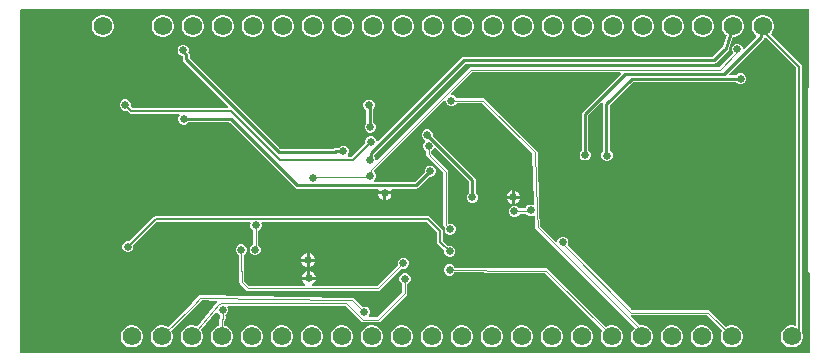
<source format=gbr>
%FSTAX23Y23*%
%MOIN*%
%SFA1B1*%

%IPPOS*%
%ADD10C,0.004724*%
%ADD11C,0.007874*%
%ADD37C,0.010000*%
%ADD38C,0.062000*%
%ADD39O,0.086614X0.039370*%
%ADD40O,0.070866X0.039370*%
%ADD41C,0.025591*%
%LNesp32_copper_signal_bot-1*%
%LPD*%
G36*
X02635Y00891D02*
X02633Y0089D01*
X02631Y00885*
Y00279*
X02633Y00275*
X02637Y00273*
X02637Y00009*
X02634Y00005*
X0001*
X00008*
X00005Y00007*
X00004Y00008*
X00005Y00012*
Y0115*
X00007Y01154*
X00012*
X02634*
X02635Y00891*
G37*
%LNesp32_copper_signal_bot-2*%
%LPC*%
G36*
X02286Y01133D02*
X02276D01*
X02267Y0113*
X02258Y01125*
X02251Y01119*
X02246Y0111*
X02244Y01101*
Y01091*
X02246Y01082*
X02251Y01073*
X02258Y01066*
X02267Y01062*
X02276Y01059*
X02286*
X02295Y01062*
X02303Y01066*
X0231Y01073*
X02315Y01082*
X02318Y01091*
Y01101*
X02315Y0111*
X0231Y01119*
X02303Y01125*
X02295Y0113*
X02286Y01133*
G37*
G36*
X02186D02*
X02176D01*
X02167Y0113*
X02158Y01125*
X02151Y01119*
X02146Y0111*
X02144Y01101*
Y01091*
X02146Y01082*
X02151Y01073*
X02158Y01066*
X02167Y01062*
X02176Y01059*
X02186*
X02195Y01062*
X02203Y01066*
X0221Y01073*
X02215Y01082*
X02218Y01091*
Y01101*
X02215Y0111*
X0221Y01119*
X02203Y01125*
X02195Y0113*
X02186Y01133*
G37*
G36*
X02086D02*
X02076D01*
X02067Y0113*
X02058Y01125*
X02051Y01119*
X02046Y0111*
X02044Y01101*
Y01091*
X02046Y01082*
X02051Y01073*
X02058Y01066*
X02067Y01062*
X02076Y01059*
X02086*
X02095Y01062*
X02103Y01066*
X0211Y01073*
X02115Y01082*
X02118Y01091*
Y01101*
X02115Y0111*
X0211Y01119*
X02103Y01125*
X02095Y0113*
X02086Y01133*
G37*
G36*
X01986D02*
X01976D01*
X01967Y0113*
X01958Y01125*
X01951Y01119*
X01946Y0111*
X01944Y01101*
Y01091*
X01946Y01082*
X01951Y01073*
X01958Y01066*
X01967Y01062*
X01976Y01059*
X01986*
X01995Y01062*
X02003Y01066*
X0201Y01073*
X02015Y01082*
X02018Y01091*
Y01101*
X02015Y0111*
X0201Y01119*
X02003Y01125*
X01995Y0113*
X01986Y01133*
G37*
G36*
X01886D02*
X01876D01*
X01867Y0113*
X01858Y01125*
X01851Y01119*
X01846Y0111*
X01844Y01101*
Y01091*
X01846Y01082*
X01851Y01073*
X01858Y01066*
X01867Y01062*
X01876Y01059*
X01886*
X01895Y01062*
X01903Y01066*
X0191Y01073*
X01915Y01082*
X01918Y01091*
Y01101*
X01915Y0111*
X0191Y01119*
X01903Y01125*
X01895Y0113*
X01886Y01133*
G37*
G36*
X01786D02*
X01776D01*
X01767Y0113*
X01758Y01125*
X01751Y01119*
X01746Y0111*
X01744Y01101*
Y01091*
X01746Y01082*
X01751Y01073*
X01758Y01066*
X01767Y01062*
X01776Y01059*
X01786*
X01795Y01062*
X01803Y01066*
X0181Y01073*
X01815Y01082*
X01818Y01091*
Y01101*
X01815Y0111*
X0181Y01119*
X01803Y01125*
X01795Y0113*
X01786Y01133*
G37*
G36*
X01686D02*
X01676D01*
X01667Y0113*
X01658Y01125*
X01651Y01119*
X01646Y0111*
X01644Y01101*
Y01091*
X01646Y01082*
X01651Y01073*
X01658Y01066*
X01667Y01062*
X01676Y01059*
X01686*
X01695Y01062*
X01703Y01066*
X0171Y01073*
X01715Y01082*
X01718Y01091*
Y01101*
X01715Y0111*
X0171Y01119*
X01703Y01125*
X01695Y0113*
X01686Y01133*
G37*
G36*
X01586D02*
X01576D01*
X01567Y0113*
X01558Y01125*
X01551Y01119*
X01546Y0111*
X01544Y01101*
Y01091*
X01546Y01082*
X01551Y01073*
X01558Y01066*
X01567Y01062*
X01576Y01059*
X01586*
X01595Y01062*
X01603Y01066*
X0161Y01073*
X01615Y01082*
X01618Y01091*
Y01101*
X01615Y0111*
X0161Y01119*
X01603Y01125*
X01595Y0113*
X01586Y01133*
G37*
G36*
X01486D02*
X01476D01*
X01467Y0113*
X01458Y01125*
X01451Y01119*
X01446Y0111*
X01444Y01101*
Y01091*
X01446Y01082*
X01451Y01073*
X01458Y01066*
X01467Y01062*
X01476Y01059*
X01486*
X01495Y01062*
X01503Y01066*
X0151Y01073*
X01515Y01082*
X01518Y01091*
Y01101*
X01515Y0111*
X0151Y01119*
X01503Y01125*
X01495Y0113*
X01486Y01133*
G37*
G36*
X01386D02*
X01376D01*
X01367Y0113*
X01358Y01125*
X01351Y01119*
X01346Y0111*
X01344Y01101*
Y01091*
X01346Y01082*
X01351Y01073*
X01358Y01066*
X01367Y01062*
X01376Y01059*
X01386*
X01395Y01062*
X01403Y01066*
X0141Y01073*
X01415Y01082*
X01418Y01091*
Y01101*
X01415Y0111*
X0141Y01119*
X01403Y01125*
X01395Y0113*
X01386Y01133*
G37*
G36*
X01286D02*
X01276D01*
X01267Y0113*
X01258Y01125*
X01251Y01119*
X01246Y0111*
X01244Y01101*
Y01091*
X01246Y01082*
X01251Y01073*
X01258Y01066*
X01267Y01062*
X01276Y01059*
X01286*
X01295Y01062*
X01303Y01066*
X0131Y01073*
X01315Y01082*
X01318Y01091*
Y01101*
X01315Y0111*
X0131Y01119*
X01303Y01125*
X01295Y0113*
X01286Y01133*
G37*
G36*
X01186D02*
X01176D01*
X01167Y0113*
X01158Y01125*
X01151Y01119*
X01146Y0111*
X01144Y01101*
Y01091*
X01146Y01082*
X01151Y01073*
X01158Y01066*
X01167Y01062*
X01176Y01059*
X01186*
X01195Y01062*
X01203Y01066*
X0121Y01073*
X01215Y01082*
X01218Y01091*
Y01101*
X01215Y0111*
X0121Y01119*
X01203Y01125*
X01195Y0113*
X01186Y01133*
G37*
G36*
X01086D02*
X01076D01*
X01067Y0113*
X01058Y01125*
X01051Y01119*
X01046Y0111*
X01044Y01101*
Y01091*
X01046Y01082*
X01051Y01073*
X01058Y01066*
X01067Y01062*
X01076Y01059*
X01086*
X01095Y01062*
X01103Y01066*
X0111Y01073*
X01115Y01082*
X01118Y01091*
Y01101*
X01115Y0111*
X0111Y01119*
X01103Y01125*
X01095Y0113*
X01086Y01133*
G37*
G36*
X00986D02*
X00976D01*
X00967Y0113*
X00958Y01125*
X00951Y01119*
X00946Y0111*
X00944Y01101*
Y01091*
X00946Y01082*
X00951Y01073*
X00958Y01066*
X00967Y01062*
X00976Y01059*
X00986*
X00995Y01062*
X01003Y01066*
X0101Y01073*
X01015Y01082*
X01018Y01091*
Y01101*
X01015Y0111*
X0101Y01119*
X01003Y01125*
X00995Y0113*
X00986Y01133*
G37*
G36*
X00886D02*
X00876D01*
X00867Y0113*
X00858Y01125*
X00851Y01119*
X00846Y0111*
X00844Y01101*
Y01091*
X00846Y01082*
X00851Y01073*
X00858Y01066*
X00867Y01062*
X00876Y01059*
X00886*
X00895Y01062*
X00903Y01066*
X0091Y01073*
X00915Y01082*
X00918Y01091*
Y01101*
X00915Y0111*
X0091Y01119*
X00903Y01125*
X00895Y0113*
X00886Y01133*
G37*
G36*
X00786D02*
X00776D01*
X00767Y0113*
X00758Y01125*
X00751Y01119*
X00746Y0111*
X00744Y01101*
Y01091*
X00746Y01082*
X00751Y01073*
X00758Y01066*
X00767Y01062*
X00776Y01059*
X00786*
X00795Y01062*
X00803Y01066*
X0081Y01073*
X00815Y01082*
X00818Y01091*
Y01101*
X00815Y0111*
X0081Y01119*
X00803Y01125*
X00795Y0113*
X00786Y01133*
G37*
G36*
X00686D02*
X00676D01*
X00667Y0113*
X00658Y01125*
X00651Y01119*
X00646Y0111*
X00644Y01101*
Y01091*
X00646Y01082*
X00651Y01073*
X00658Y01066*
X00667Y01062*
X00676Y01059*
X00686*
X00695Y01062*
X00703Y01066*
X0071Y01073*
X00715Y01082*
X00718Y01091*
Y01101*
X00715Y0111*
X0071Y01119*
X00703Y01125*
X00695Y0113*
X00686Y01133*
G37*
G36*
X00586D02*
X00576D01*
X00567Y0113*
X00558Y01125*
X00551Y01119*
X00546Y0111*
X00544Y01101*
Y01091*
X00546Y01082*
X00551Y01073*
X00558Y01066*
X00567Y01062*
X00576Y01059*
X00586*
X00595Y01062*
X00603Y01066*
X0061Y01073*
X00615Y01082*
X00618Y01091*
Y01101*
X00615Y0111*
X0061Y01119*
X00603Y01125*
X00595Y0113*
X00586Y01133*
G37*
G36*
X00486D02*
X00476D01*
X00467Y0113*
X00458Y01125*
X00451Y01119*
X00446Y0111*
X00444Y01101*
Y01091*
X00446Y01082*
X00451Y01073*
X00458Y01066*
X00467Y01062*
X00476Y01059*
X00486*
X00495Y01062*
X00503Y01066*
X0051Y01073*
X00515Y01082*
X00518Y01091*
Y01101*
X00515Y0111*
X0051Y01119*
X00503Y01125*
X00495Y0113*
X00486Y01133*
G37*
G36*
X00286D02*
X00276D01*
X00267Y0113*
X00258Y01125*
X00251Y01119*
X00246Y0111*
X00244Y01101*
Y01091*
X00246Y01082*
X00251Y01073*
X00258Y01066*
X00267Y01062*
X00276Y01059*
X00286*
X00295Y01062*
X00303Y01066*
X0031Y01073*
X00315Y01082*
X00318Y01091*
Y01101*
X00315Y0111*
X0031Y01119*
X00303Y01125*
X00295Y0113*
X00286Y01133*
G37*
G36*
X02486D02*
X02476D01*
X02467Y0113*
X02458Y01125*
X02451Y01119*
X02446Y0111*
X02444Y01101*
Y01091*
X02446Y01082*
X02451Y01073*
X02458Y01066*
X02459Y01066*
X02459Y0106*
X02419Y01019*
X02414Y01021*
Y01022*
X02412Y01029*
X02406Y01034*
X024Y01037*
X02392*
X02385Y01034*
X0238Y01029*
X02377Y01022*
Y01015*
X0238Y01008*
X02381Y01006*
X02334Y00958*
X01509*
X01506Y00958*
X01503Y00956*
X01194Y00648*
X01189Y0065*
Y00653*
X01187Y0066*
X01185Y00661*
Y00667*
X01488Y00971*
X02317*
X02321Y00972*
X02325Y00974*
X02357Y01006*
X02363Y0101*
X02368Y01017*
X02368Y01019*
X02368Y01019*
X02381Y01059*
X02386*
X02395Y01062*
X02403Y01066*
X0241Y01073*
X02415Y01082*
X02418Y01091*
Y01101*
X02415Y0111*
X0241Y01119*
X02403Y01125*
X02395Y0113*
X02386Y01133*
X02376*
X02367Y0113*
X02358Y01125*
X02351Y01119*
X02346Y0111*
X02344Y01101*
Y01091*
X02346Y01082*
X02351Y01073*
X02358Y01066*
X0236Y01066*
X02348Y01031*
X02347Y01026*
X02347Y01026*
X02343Y01024*
X02343Y01024*
X02343*
X02343Y01023*
X02312Y00993*
X01484*
X01484*
X01479Y00992*
X01476Y0099*
X01476Y0099*
X01197Y00711*
X01192Y00713*
Y00714*
X0119Y00721*
X01184Y00726*
X01177Y00729*
X0117*
X01163Y00726*
X01158Y00721*
X01155Y00714*
Y00706*
X01155Y00706*
X01111Y00661*
X01099*
X01097Y00666*
X01099Y00668*
X01102Y00675*
Y00682*
X01099Y00689*
X01094Y00694*
X01087Y00697*
X01079*
X01073Y00694*
X01068Y0069*
X01057*
X01052Y00689*
X01049Y00687*
X00872*
X0057Y00989*
Y01002*
X00569Y01006*
X00566Y01009*
X00567Y01012*
Y01019*
X00565Y01026*
X00559Y01031*
X00552Y01034*
X00545*
X00538Y01031*
X00533Y01026*
X0053Y01019*
Y01012*
X00533Y01005*
X00538Y00999*
X00545Y00997*
X00547*
Y00985*
Y00985*
X00548Y0098*
X00551Y00977*
X00699Y00829*
X00697Y00824*
X00379*
X00374Y00829*
X00375Y00829*
Y00837*
X00372Y00844*
X00366Y00849*
X0036Y00852*
X00352*
X00345Y00849*
X0034Y00844*
X00337Y00837*
Y00829*
X0034Y00823*
X00345Y00817*
X00352Y00814*
X0036*
X0036Y00815*
X00368Y00807*
X00371Y00805*
X00375Y00804*
X00535*
X00537Y00799*
X00535Y00797*
X00532Y0079*
Y00782*
X00535Y00775*
X0054Y0077*
X00547Y00767*
X00554*
X00561Y0077*
X00566Y00775*
X00703*
X0092Y00558*
X00923Y00555*
X00928Y00554*
X00928*
X01197*
X012Y00549*
X01198Y00545*
X01243*
X01242Y00549*
X01245Y00554*
X01326*
X0133Y00555*
X01334Y00558*
X0137Y00593*
X01376*
X01383Y00596*
X01388Y00601*
X01391Y00608*
Y00615*
X01388Y00622*
X01383Y00628*
X01376Y0063*
X01369*
X01362Y00628*
X01357Y00622*
X01354Y00615*
Y00609*
X01322Y00576*
X01187*
X01185Y00581*
X01189Y00585*
X01191Y00592*
Y006*
X01189Y00607*
X01184Y00612*
X01186Y00616*
X0142Y00849*
X01425Y00847*
Y00844*
X01428Y00837*
X01433Y00832*
X0144Y00829*
X01447*
X01454Y00832*
X01459Y00837*
X0146Y00839*
X01546*
X01713Y00672*
X01719Y00502*
X01714Y00499*
X01711Y005*
X01703*
X01696Y00498*
X01691Y00492*
X01689Y00488*
X01688Y00488*
X01685*
X01669*
X01669Y00488*
X01664Y00494*
X01657Y00497*
X01649*
X01642Y00494*
X01637Y00488*
X01634Y00482*
Y00474*
X01637Y00467*
X01642Y00462*
X01649Y00459*
X01657*
X01664Y00462*
X01669Y00467*
X01671Y00471*
X01685*
X01689*
X01689Y00471*
X0169Y00471*
X01691Y00472*
X01691Y00471*
X01696Y00466*
X01703Y00463*
X01711*
X01715Y00465*
X0172Y00462*
X01721Y00426*
X01722Y00425*
X01722Y00424*
X01722Y00424*
X01722Y00423*
X01722Y00423*
X01722Y00423*
X01723Y00422*
X01723Y00421*
X01723Y00421*
X01724Y00421*
X01724Y00421*
X02054Y0009*
X02048Y00084*
X02043Y00076*
X02041Y00066*
Y00057*
X02043Y00047*
X02048Y00039*
X02055Y00032*
X02063Y00027*
X02073Y00025*
X02083*
X02092Y00027*
X021Y00032*
X02107Y00039*
X02112Y00047*
X02115Y00057*
Y00066*
X02112Y00076*
X02107Y00084*
X021Y00091*
X02092Y00096*
X02083Y00098*
X02073*
X02071Y00098*
X02071Y00098*
X0207Y00098*
X0207Y00098*
X0204Y00128*
X02043Y00133*
X02043Y00133*
X02294*
X02346Y00081*
X02343Y00076*
X02341Y00066*
Y00057*
X02343Y00047*
X02348Y00039*
X02355Y00032*
X02363Y00027*
X02373Y00025*
X02383*
X02392Y00027*
X024Y00032*
X02407Y00039*
X02412Y00047*
X02415Y00057*
Y00066*
X02412Y00076*
X02407Y00084*
X024Y00091*
X02392Y00096*
X02383Y00098*
X02373*
X02363Y00096*
X02358Y00093*
X02304Y00147*
X02301Y00149*
X02298Y0015*
X02046*
X01831Y00365*
X01833Y00371*
Y00378*
X0183Y00385*
X01825Y0039*
X01818Y00393*
X01811*
X01804Y0039*
X01799Y00385*
X01796Y00379*
X01791Y00377*
X01738Y0043*
X01736Y00481*
X01736Y00481*
X01736Y00481*
X0173Y00675*
X0173Y00677*
X01729Y00678*
X01729Y00678*
X01729Y00679*
X01728Y0068*
X01727Y00681*
X01726Y00682*
X01726Y00682*
X01726Y00682*
X01555Y00853*
X01552Y00855*
X01549Y00856*
X0146*
X01459Y00858*
X01454Y00863*
X01447Y00866*
X01444*
X01442Y00871*
X01512Y00942*
X02005*
X02007Y00937*
X0188Y00811*
X01878Y00807*
X01877Y00803*
Y00682*
X01872Y00677*
X0187Y00671*
Y00663*
X01872Y00656*
X01878Y00651*
X01885Y00648*
X01892*
X01899Y00651*
X01904Y00656*
X01907Y00663*
Y00671*
X01904Y00677*
X01899Y00682*
Y00798*
X01945Y00844*
X01949Y00841*
X01949Y0084*
X01948Y00836*
Y00836*
Y00677*
X01946Y00675*
X01943Y00668*
Y00661*
X01946Y00654*
X01951Y00648*
X01958Y00646*
X01965*
X01972Y00648*
X01978Y00654*
X0198Y00661*
Y00668*
X01978Y00675*
X01972Y0068*
X0197Y00681*
Y00832*
X02048Y0091*
X02392*
X02396Y00905*
X02403Y00902*
X02411*
X02418Y00905*
X02423Y0091*
X02426Y00917*
Y00924*
X02423Y00931*
X02418Y00937*
X02411Y00939*
X02403*
X02396Y00937*
X02392Y00932*
X02369*
X02368Y00936*
X02481Y0105*
X02484Y01054*
X02484Y01057*
X02488Y01058*
X0249Y01058*
X02593Y00955*
Y00101*
X02588Y00097*
X02583Y00098*
X02573*
X02563Y00096*
X02555Y00091*
X02548Y00084*
X02543Y00076*
X02541Y00066*
Y00057*
X02543Y00047*
X02548Y00039*
X02555Y00032*
X02563Y00027*
X02573Y00025*
X02583*
X02592Y00027*
X026Y00032*
X02607Y00039*
X02612Y00047*
X02615Y00057*
Y00066*
X02613Y00072*
Y00959*
X02612Y00963*
X0261Y00966*
X02507Y0107*
X0251Y01073*
X02515Y01082*
X02518Y01091*
Y01101*
X02515Y0111*
X0251Y01119*
X02503Y01125*
X02495Y0113*
X02486Y01133*
G37*
G36*
X01172Y00851D02*
X01164D01*
X01157Y00848*
X01152Y00843*
X01149Y00836*
Y00828*
X01152Y00822*
X01157Y00816*
X01159Y00816*
Y00771*
X01157Y00769*
X01154Y00762*
Y00755*
X01157Y00748*
X01162Y00743*
X01169Y0074*
X01176*
X01183Y00743*
X01189Y00748*
X01191Y00755*
Y00762*
X01189Y00769*
X01183Y00774*
X01181Y00775*
Y00819*
X01184Y00822*
X01187Y00828*
Y00836*
X01184Y00843*
X01178Y00848*
X01172Y00851*
G37*
G36*
X01654Y00548D02*
Y0053D01*
X01672*
X01668Y00538*
X01662Y00544*
X01654Y00548*
G37*
G36*
X01644D02*
X01636Y00544D01*
X0163Y00538*
X01627Y0053*
X01644*
Y00548*
G37*
G36*
X01243Y00535D02*
X01226D01*
Y00517*
X01234Y0052*
X0124Y00527*
X01243Y00535*
G37*
G36*
X01216D02*
X01198D01*
X01201Y00527*
X01208Y0052*
X01216Y00517*
Y00535*
G37*
G36*
X01366Y00752D02*
X01359D01*
X01352Y0075*
X01347Y00744*
X01344Y00737*
Y0073*
X01347Y00723*
X01352Y00718*
X01355Y00717*
X01356Y00715*
X01356Y00711*
X01351Y00707*
X01348Y007*
Y00692*
X01351Y00685*
X01356Y0068*
X01359Y00679*
Y00668*
X01359Y00665*
X01361Y00662*
X01369Y00655*
X01416Y00607*
Y00433*
X01417Y0043*
X01418Y00427*
X01421Y00425*
X0142Y00423*
Y00415*
X01423Y00408*
X01428Y00403*
X01435Y004*
X01442*
X01449Y00403*
X01454Y00408*
X01457Y00415*
Y00423*
X01454Y00429*
X01449Y00435*
X01442Y00437*
X01435*
X01433Y00439*
Y00611*
X01432Y00614*
X0143Y00617*
X01375Y00672*
Y00679*
X01378Y0068*
X01383Y00685*
X01384Y00689*
X0139Y0069*
X01502Y00579*
Y0054*
X01497Y00536*
X01495Y00529*
Y00521*
X01497Y00514*
X01503Y00509*
X0151Y00506*
X01517*
X01524Y00509*
X01529Y00514*
X01532Y00521*
Y00529*
X01529Y00536*
X01524Y0054*
Y00583*
X01524Y00587*
X01521Y00591*
X01521*
X01381Y00731*
Y00737*
X01379Y00744*
X01373Y0075*
X01366Y00752*
G37*
G36*
X01672Y0052D02*
X01654D01*
Y00502*
X01662Y00506*
X01668Y00512*
X01672Y0052*
G37*
G36*
X01644D02*
X01627D01*
X0163Y00512*
X01636Y00506*
X01644Y00502*
Y0052*
G37*
G36*
X01364Y00464D02*
X00458D01*
X00454Y00463*
X00451Y00461*
X00369Y00379*
X00368Y00379*
X00361*
X00354Y00377*
X00349Y00371*
X00346Y00364*
Y00357*
X00349Y0035*
X00354Y00345*
X00361Y00342*
X00368*
X00375Y00345*
X00381Y0035*
X00383Y00357*
Y00364*
X00383Y00365*
X00462Y00444*
X00771*
X00775Y00439*
X00773Y00435*
Y00428*
X00776Y00421*
X00781Y00416*
X00782Y00416*
Y00368*
X00778Y00366*
X00772Y00361*
X0077Y00354*
Y00347*
X00772Y0034*
X00778Y00335*
X00785Y00332*
X00792*
X00799Y00335*
X00804Y0034*
X00807Y00347*
Y00354*
X00804Y00361*
X00799Y00366*
X00799Y00366*
Y00414*
X00802Y00416*
X00808Y00421*
X00811Y00428*
Y00435*
X00809Y00439*
X00812Y00444*
X0136*
X01395Y00409*
Y00377*
X01396Y00373*
X01398Y0037*
X01419Y00349*
X01419Y00349*
Y00341*
X01422Y00334*
X01427Y00329*
X01434Y00326*
X01441*
X01448Y00329*
X01453Y00334*
X01456Y00341*
Y00349*
X01453Y00356*
X01448Y00361*
X01441Y00364*
X01434*
X01433Y00363*
X01415Y00381*
Y00413*
X01414Y00417*
X01412Y0042*
X01371Y00461*
X01368Y00463*
X01364Y00464*
G37*
G36*
X0097Y00338D02*
Y0032D01*
X00988*
X00984Y00328*
X00978Y00335*
X0097Y00338*
G37*
G36*
X0096D02*
X00952Y00335D01*
X00946Y00328*
X00942Y0032*
X0096*
Y00338*
G37*
G36*
X00988Y0031D02*
X0097D01*
Y00293*
X00978Y00296*
X00984Y00303*
X00988Y0031*
G37*
G36*
X0096D02*
X00942D01*
X00946Y00303*
X00952Y00296*
X0096Y00293*
Y0031*
G37*
G36*
X00746Y00369D02*
X00739D01*
X00732Y00366*
X00727Y0036*
X00724Y00354*
Y00346*
X00727Y00339*
X00732Y00334*
X00734Y00333*
Y00281*
X00735Y00278*
X00736Y00276*
Y00242*
X00737Y00238*
X00739Y00236*
X00758Y00216*
X00761Y00214*
X00764Y00214*
X01199*
X01203Y00214*
X01205Y00216*
X01277Y00288*
X01279Y00287*
X01287*
X01294Y0029*
X01299Y00295*
X01302Y00302*
Y00309*
X01299Y00316*
X01294Y00321*
X01287Y00324*
X01279*
X01272Y00321*
X01267Y00316*
X01264Y00309*
Y00302*
X01265Y003*
X01196Y0023*
X00979*
X00978Y00235*
X0098Y00236*
X00986Y00242*
X0099Y0025*
X00944*
X00948Y00242*
X00954Y00236*
X00956Y00235*
X00955Y0023*
X00768*
X00753Y00245*
Y00279*
X00752Y00282*
X00751Y00284*
Y00333*
X00753Y00334*
X00758Y00339*
X00761Y00346*
Y00354*
X00758Y0036*
X00753Y00366*
X00746Y00369*
G37*
G36*
X00972Y00278D02*
Y0026D01*
X0099*
X00986Y00268*
X0098Y00275*
X00972Y00278*
G37*
G36*
X00962D02*
X00954Y00275D01*
X00948Y00268*
X00944Y0026*
X00962*
Y00278*
G37*
G36*
X01292Y00272D02*
X01284D01*
X01277Y00269*
X01272Y00264*
X01269Y00257*
Y0025*
X01272Y00243*
X01277Y00238*
X01279Y00237*
Y0021*
X01194Y00125*
X01169*
X01167Y0013*
X01169Y00131*
X01172Y00138*
Y00146*
X01169Y00153*
X01164Y00158*
X01157Y00161*
X01149*
X01147Y0016*
X01119Y00188*
X01116Y0019*
X01113Y00191*
X0109*
X00611Y00199*
X00611Y00199*
X0061Y00199*
X00607*
X00603Y00198*
X00601Y00196*
X00599Y00195*
X00578Y00173*
X00497Y00093*
X00492Y00096*
X00483Y00098*
X00473*
X00463Y00096*
X00455Y00091*
X00448Y00084*
X00443Y00076*
X00441Y00066*
Y00057*
X00443Y00047*
X00448Y00039*
X00455Y00032*
X00463Y00027*
X00473Y00025*
X00483*
X00492Y00027*
X005Y00032*
X00507Y00039*
X00512Y00047*
X00515Y00057*
Y00066*
X00512Y00076*
X00509Y00081*
X0059Y00162*
X0061Y00182*
X0061*
X00663Y00181*
X00664Y00177*
X00664Y00176*
X00664Y00176*
X00664Y00176*
X00663Y00175*
X00663Y00175*
X00663Y00175*
X00595Y00094*
X00592Y00096*
X00583Y00098*
X00573*
X00563Y00096*
X00555Y00091*
X00548Y00084*
X00543Y00076*
X00541Y00066*
Y00057*
X00543Y00047*
X00548Y00039*
X00555Y00032*
X00563Y00027*
X00573Y00025*
X00583*
X00592Y00027*
X006Y00032*
X00607Y00039*
X00612Y00047*
X00615Y00057*
Y00066*
X00612Y00076*
X00607Y00084*
X00657Y00142*
X00663Y00141*
X00664Y00139*
X00669Y00133*
X00672Y00132*
X00673Y00125*
Y00125*
X00672Y00124*
X0067Y00121*
X00669Y00118*
Y00097*
X00663Y00096*
X00655Y00091*
X00648Y00084*
X00643Y00076*
X00641Y00066*
Y00057*
X00643Y00047*
X00648Y00039*
X00655Y00032*
X00663Y00027*
X00673Y00025*
X00683*
X00692Y00027*
X007Y00032*
X00707Y00039*
X00712Y00047*
X00715Y00057*
Y00066*
X00712Y00076*
X00707Y00084*
X007Y00091*
X00692Y00096*
X00686Y00097*
Y00114*
X00687Y00115*
X00689Y00118*
X0069Y00121*
Y00125*
X0069Y00125*
X0069Y00126*
X00689Y00133*
X0069Y00133*
X00695Y00139*
X00698Y00145*
Y00153*
X00696Y00158*
X00698Y00163*
X0109*
X01143Y0011*
X01145Y00108*
X01149Y00108*
X01198*
X01201Y00108*
X01204Y0011*
X01294Y00201*
X01296Y00203*
X01296Y00207*
Y00237*
X01298Y00238*
X01304Y00243*
X01307Y0025*
Y00257*
X01304Y00264*
X01298Y00269*
X01292Y00272*
G37*
G36*
X02283Y00098D02*
X02273D01*
X02263Y00096*
X02255Y00091*
X02248Y00084*
X02243Y00076*
X02241Y00066*
Y00057*
X02243Y00047*
X02248Y00039*
X02255Y00032*
X02263Y00027*
X02273Y00025*
X02283*
X02292Y00027*
X023Y00032*
X02307Y00039*
X02312Y00047*
X02315Y00057*
Y00066*
X02312Y00076*
X02307Y00084*
X023Y00091*
X02292Y00096*
X02283Y00098*
G37*
G36*
X02183D02*
X02173D01*
X02163Y00096*
X02155Y00091*
X02148Y00084*
X02143Y00076*
X02141Y00066*
Y00057*
X02143Y00047*
X02148Y00039*
X02155Y00032*
X02163Y00027*
X02173Y00025*
X02183*
X02192Y00027*
X022Y00032*
X02207Y00039*
X02212Y00047*
X02215Y00057*
Y00066*
X02212Y00076*
X02207Y00084*
X022Y00091*
X02192Y00096*
X02183Y00098*
G37*
G36*
X0144Y00302D02*
X01433D01*
X01426Y00299*
X01421Y00294*
X01418Y00287*
Y00279*
X01421Y00272*
X01426Y00267*
X01433Y00264*
X0144*
X01447Y00267*
X01452Y00272*
X01453Y00275*
X01553*
X01554Y00274*
X01556Y00272*
X0156Y00272*
X01756*
X01946Y00081*
X01943Y00076*
X01941Y00066*
Y00057*
X01943Y00047*
X01948Y00039*
X01955Y00032*
X01963Y00027*
X01973Y00025*
X01983*
X01992Y00027*
X02Y00032*
X02007Y00039*
X02012Y00047*
X02015Y00057*
Y00066*
X02012Y00076*
X02007Y00084*
X02Y00091*
X01992Y00096*
X01983Y00098*
X01973*
X01963Y00096*
X01958Y00093*
X01765Y00286*
X01762Y00288*
X01759Y00288*
X01563*
X01563Y00289*
X0156Y00291*
X01557Y00291*
X01453*
X01452Y00294*
X01447Y00299*
X0144Y00302*
G37*
G36*
X01883Y00098D02*
X01873D01*
X01863Y00096*
X01855Y00091*
X01848Y00084*
X01843Y00076*
X01841Y00066*
Y00057*
X01843Y00047*
X01848Y00039*
X01855Y00032*
X01863Y00027*
X01873Y00025*
X01883*
X01892Y00027*
X019Y00032*
X01907Y00039*
X01912Y00047*
X01915Y00057*
Y00066*
X01912Y00076*
X01907Y00084*
X019Y00091*
X01892Y00096*
X01883Y00098*
G37*
G36*
X01783D02*
X01773D01*
X01763Y00096*
X01755Y00091*
X01748Y00084*
X01743Y00076*
X01741Y00066*
Y00057*
X01743Y00047*
X01748Y00039*
X01755Y00032*
X01763Y00027*
X01773Y00025*
X01783*
X01792Y00027*
X018Y00032*
X01807Y00039*
X01812Y00047*
X01815Y00057*
Y00066*
X01812Y00076*
X01807Y00084*
X018Y00091*
X01792Y00096*
X01783Y00098*
G37*
G36*
X01683D02*
X01673D01*
X01663Y00096*
X01655Y00091*
X01648Y00084*
X01643Y00076*
X01641Y00066*
Y00057*
X01643Y00047*
X01648Y00039*
X01655Y00032*
X01663Y00027*
X01673Y00025*
X01683*
X01692Y00027*
X017Y00032*
X01707Y00039*
X01712Y00047*
X01715Y00057*
Y00066*
X01712Y00076*
X01707Y00084*
X017Y00091*
X01692Y00096*
X01683Y00098*
G37*
G36*
X01583D02*
X01573D01*
X01563Y00096*
X01555Y00091*
X01548Y00084*
X01543Y00076*
X01541Y00066*
Y00057*
X01543Y00047*
X01548Y00039*
X01555Y00032*
X01563Y00027*
X01573Y00025*
X01583*
X01592Y00027*
X016Y00032*
X01607Y00039*
X01612Y00047*
X01615Y00057*
Y00066*
X01612Y00076*
X01607Y00084*
X016Y00091*
X01592Y00096*
X01583Y00098*
G37*
G36*
X01483D02*
X01473D01*
X01463Y00096*
X01455Y00091*
X01448Y00084*
X01443Y00076*
X01441Y00066*
Y00057*
X01443Y00047*
X01448Y00039*
X01455Y00032*
X01463Y00027*
X01473Y00025*
X01483*
X01492Y00027*
X015Y00032*
X01507Y00039*
X01512Y00047*
X01515Y00057*
Y00066*
X01512Y00076*
X01507Y00084*
X015Y00091*
X01492Y00096*
X01483Y00098*
G37*
G36*
X01383D02*
X01373D01*
X01363Y00096*
X01355Y00091*
X01348Y00084*
X01343Y00076*
X01341Y00066*
Y00057*
X01343Y00047*
X01348Y00039*
X01355Y00032*
X01363Y00027*
X01373Y00025*
X01383*
X01392Y00027*
X014Y00032*
X01407Y00039*
X01412Y00047*
X01415Y00057*
Y00066*
X01412Y00076*
X01407Y00084*
X014Y00091*
X01392Y00096*
X01383Y00098*
G37*
G36*
X01283D02*
X01273D01*
X01263Y00096*
X01255Y00091*
X01248Y00084*
X01243Y00076*
X01241Y00066*
Y00057*
X01243Y00047*
X01248Y00039*
X01255Y00032*
X01263Y00027*
X01273Y00025*
X01283*
X01292Y00027*
X013Y00032*
X01307Y00039*
X01312Y00047*
X01315Y00057*
Y00066*
X01312Y00076*
X01307Y00084*
X013Y00091*
X01292Y00096*
X01283Y00098*
G37*
G36*
X01183D02*
X01173D01*
X01163Y00096*
X01155Y00091*
X01148Y00084*
X01143Y00076*
X01141Y00066*
Y00057*
X01143Y00047*
X01148Y00039*
X01155Y00032*
X01163Y00027*
X01173Y00025*
X01183*
X01192Y00027*
X012Y00032*
X01207Y00039*
X01212Y00047*
X01215Y00057*
Y00066*
X01212Y00076*
X01207Y00084*
X012Y00091*
X01192Y00096*
X01183Y00098*
G37*
G36*
X01083D02*
X01073D01*
X01063Y00096*
X01055Y00091*
X01048Y00084*
X01043Y00076*
X01041Y00066*
Y00057*
X01043Y00047*
X01048Y00039*
X01055Y00032*
X01063Y00027*
X01073Y00025*
X01083*
X01092Y00027*
X011Y00032*
X01107Y00039*
X01112Y00047*
X01115Y00057*
Y00066*
X01112Y00076*
X01107Y00084*
X011Y00091*
X01092Y00096*
X01083Y00098*
G37*
G36*
X00983D02*
X00973D01*
X00963Y00096*
X00955Y00091*
X00948Y00084*
X00943Y00076*
X00941Y00066*
Y00057*
X00943Y00047*
X00948Y00039*
X00955Y00032*
X00963Y00027*
X00973Y00025*
X00983*
X00992Y00027*
X01Y00032*
X01007Y00039*
X01012Y00047*
X01015Y00057*
Y00066*
X01012Y00076*
X01007Y00084*
X01Y00091*
X00992Y00096*
X00983Y00098*
G37*
G36*
X00883D02*
X00873D01*
X00863Y00096*
X00855Y00091*
X00848Y00084*
X00843Y00076*
X00841Y00066*
Y00057*
X00843Y00047*
X00848Y00039*
X00855Y00032*
X00863Y00027*
X00873Y00025*
X00883*
X00892Y00027*
X009Y00032*
X00907Y00039*
X00912Y00047*
X00915Y00057*
Y00066*
X00912Y00076*
X00907Y00084*
X009Y00091*
X00892Y00096*
X00883Y00098*
G37*
G36*
X00783D02*
X00773D01*
X00763Y00096*
X00755Y00091*
X00748Y00084*
X00743Y00076*
X00741Y00066*
Y00057*
X00743Y00047*
X00748Y00039*
X00755Y00032*
X00763Y00027*
X00773Y00025*
X00783*
X00792Y00027*
X008Y00032*
X00807Y00039*
X00812Y00047*
X00815Y00057*
Y00066*
X00812Y00076*
X00807Y00084*
X008Y00091*
X00792Y00096*
X00783Y00098*
G37*
G36*
X00383D02*
X00373D01*
X00363Y00096*
X00355Y00091*
X00348Y00084*
X00343Y00076*
X00341Y00066*
Y00057*
X00343Y00047*
X00348Y00039*
X00355Y00032*
X00363Y00027*
X00373Y00025*
X00383*
X00392Y00027*
X004Y00032*
X00407Y00039*
X00412Y00047*
X00415Y00057*
Y00066*
X00412Y00076*
X00407Y00084*
X004Y00091*
X00392Y00096*
X00383Y00098*
G37*
%LNesp32_copper_signal_bot-3*%
%LPD*%
G54D10*
X00745Y00242D02*
X00764Y00222D01*
X00745Y00242D02*
Y00279D01*
X00743Y00281D02*
X00745Y00279D01*
X00743Y00281D02*
Y0035D01*
X00764Y00222D02*
X01199D01*
X01283Y00306*
X01653Y00478D02*
X01659D01*
X01661Y0048*
X01424Y00433D02*
X01438Y00419D01*
X01424Y00433D02*
Y00611D01*
X02337Y0095D02*
X02392Y01005D01*
X01175Y00616D02*
X01509Y0095D01*
X02337*
X02078Y00062D02*
Y00077D01*
X01722Y00675D02*
X01728Y00481D01*
X0173Y00427D02*
X0173Y00427D01*
X02078Y00077D02*
Y00062D01*
X02075Y0008D02*
X02078Y00077D01*
X0173Y00427D02*
X02064Y00092D01*
X02075Y0008*
X01728Y00481D02*
X0173Y00427D01*
X01661Y0048D02*
X01685D01*
X01689D02*
X01707Y00482D01*
X01685Y0048D02*
X01689D01*
X0172Y00676D02*
X01722Y00675D01*
X01549Y00847D02*
X0172Y00676D01*
X00982Y0059D02*
X00985Y00593D01*
X01175Y00598D02*
Y00616D01*
X00985Y00593D02*
X0117D01*
X01175Y00598*
X02392Y01014D02*
X02396Y01018D01*
X02392Y01005D02*
Y01014D01*
X01443Y00847D02*
X01549D01*
X02078Y00062D02*
Y00077D01*
X01814Y00369D02*
Y00375D01*
X02043Y00141D02*
X02298D01*
X01814Y00369D02*
X02043Y00141D01*
X01367Y00668D02*
X01375Y00661D01*
X01367Y00668D02*
Y00696D01*
X01288Y00207D02*
Y00253D01*
X01198Y00116D02*
X01288Y00207D01*
X0079Y00352D02*
Y0043D01*
X00792Y00432*
X00788Y0035D02*
X0079Y00352D01*
X01437Y00283D02*
X01557D01*
X0156Y0028*
X01759*
X00675Y00172D02*
X01093D01*
X01149Y00116*
X01198*
X01113Y00182D02*
X01153Y00142D01*
X0109Y00182D02*
X01113D01*
X0061Y0019D02*
X0109Y00182D01*
X00578Y00062D02*
X00669Y00169D01*
X0067Y0017*
X00675Y00172*
X0068Y00149D02*
X00681Y00125D01*
Y00121D02*
Y00125D01*
X00678Y00118D02*
X00681Y00121D01*
X00607Y0019D02*
X0061D01*
X00678Y00062D02*
Y00118D01*
X00605Y00189D02*
X00607Y0019D01*
X00584Y00167D02*
X00605Y00189D01*
X01759Y0028D02*
X01978Y00062D01*
X01375Y00661D02*
X01424Y00611D01*
X00478Y00062D02*
X00584Y00167D01*
X02298Y00141D02*
X02378Y00062D01*
G54D11*
X01405Y00377D02*
Y00413D01*
X01364Y00454D02*
X01405Y00413D01*
X02489Y01073D02*
X02603Y00959D01*
Y00056D02*
Y00959D01*
X00871Y00651D02*
X01115D01*
X00708Y00814D02*
X00871Y00651D01*
X01115D02*
X01174Y0071D01*
X00375Y00814D02*
X00708D01*
X02481Y01073D02*
X02489D01*
X00458Y00454D02*
X01364D01*
X00365Y00361D02*
X00458Y00454D01*
X01405Y00377D02*
X01437Y00345D01*
X00356Y00833D02*
X00375Y00814D01*
G54D37*
X02351Y01016D02*
D01*
X02352Y01016*
X02352Y01016*
X02353Y01017*
X02353Y01017*
X02354Y01017*
X02354Y01018*
X02355Y01018*
X02355Y01019*
X02356Y01019*
X02356Y0102*
X02357Y0102*
X02357Y01021*
X02357Y01022*
X02357Y01022*
X00498Y01093D02*
D01*
Y01093*
X00498*
Y01093*
X02044Y00921D02*
X02407D01*
X01888Y00803D02*
X02022Y00937D01*
X01959Y00836D02*
X02044Y00921D01*
X02022Y00937D02*
X02352D01*
X02474Y01058*
X00559Y00985D02*
X00868Y00676D01*
X01054D02*
X01057Y00679D01*
X01083*
X00868Y00676D02*
X01054D01*
X01174Y00652D02*
Y00672D01*
X01171Y00649D02*
X01174Y00652D01*
Y00672D02*
X01484Y00982D01*
X00559Y00985D02*
Y01002D01*
X00551Y00786D02*
X00707D01*
X00928Y00565*
X00549Y01011D02*
X00559Y01002D01*
X00549Y01011D02*
Y01015D01*
X02317Y00982D02*
X02351Y01016D01*
X01484Y00982D02*
X02317D01*
X02474Y01072D02*
X02475Y01073D01*
X02481*
X02474Y01058D02*
Y01072D01*
X00928Y00565D02*
X01326D01*
X02351Y01016D02*
D01*
X02357Y01022D02*
X02381Y01096D01*
X01326Y00565D02*
X01373Y00612D01*
X01363Y00734D02*
X01513Y00583D01*
X01888Y00667D02*
Y00803D01*
X02481Y01073D02*
Y01096D01*
X01959Y00667D02*
Y00836D01*
Y00667D02*
X01962Y00664D01*
X0117Y00761D02*
Y0083D01*
X01168Y00832D02*
X0117Y0083D01*
Y00761D02*
X01173Y00758D01*
X01513Y00525D02*
Y00583D01*
X00481Y01096D02*
X00495D01*
X00498Y01093D02*
X005Y01091D01*
X00495Y01096D02*
X00498Y01093D01*
G54D38*
X00281Y01096D03*
X00381D03*
X00481D03*
X00581D03*
X00681D03*
X00781D03*
X00881D03*
X00981D03*
X01081D03*
X01181D03*
X01281D03*
X01381D03*
X01481D03*
X01581D03*
X01681D03*
X01781D03*
X01881D03*
X01981D03*
X02081D03*
X02181D03*
X02281D03*
X02381D03*
X02481D03*
X02581D03*
X00278Y00062D03*
X00378D03*
X00478D03*
X00578D03*
X00678D03*
X00778D03*
X00878D03*
X00978D03*
X01078D03*
X01178D03*
X01278D03*
X01378D03*
X01478D03*
X01578D03*
X01678D03*
X01778D03*
X01878D03*
X01978D03*
X02078D03*
X02178D03*
X02278D03*
X02378D03*
X02478D03*
X02578D03*
G54D39*
X00071Y00978D03*
Y00637D03*
X00073Y0054D03*
Y002D03*
G54D40*
X00229Y00978D03*
Y00637D03*
X00231Y0054D03*
Y002D03*
G54D41*
X01438Y00419D03*
X02407Y00921D03*
X00965Y00315D03*
X00967Y00255D03*
X01707Y00482D03*
X01653Y00478D03*
X01173Y00596D03*
X01171Y00649D03*
X01083Y00679D03*
X00551Y00786D03*
X01443Y00847D03*
X02396Y01018D03*
X00982Y0059D03*
X01363Y00734D03*
X01814Y00375D03*
X01962Y00664D03*
X01888Y00667D03*
X01168Y00832D03*
X01174Y0071D03*
X01173Y00758D03*
X01367Y00696D03*
X01373Y00612D03*
X01513Y00525D03*
X01288Y00253D03*
X00743Y0035D03*
X00792Y00432D03*
X01283Y00306D03*
X01437Y00283D03*
X01437Y00345D03*
X01153Y00142D03*
X0068Y00149D03*
X01221Y0054D03*
X00788Y0035D03*
X00549Y01015D03*
X01649Y00525D03*
X00365Y00361D03*
X00356Y00833D03*
M02*
</source>
